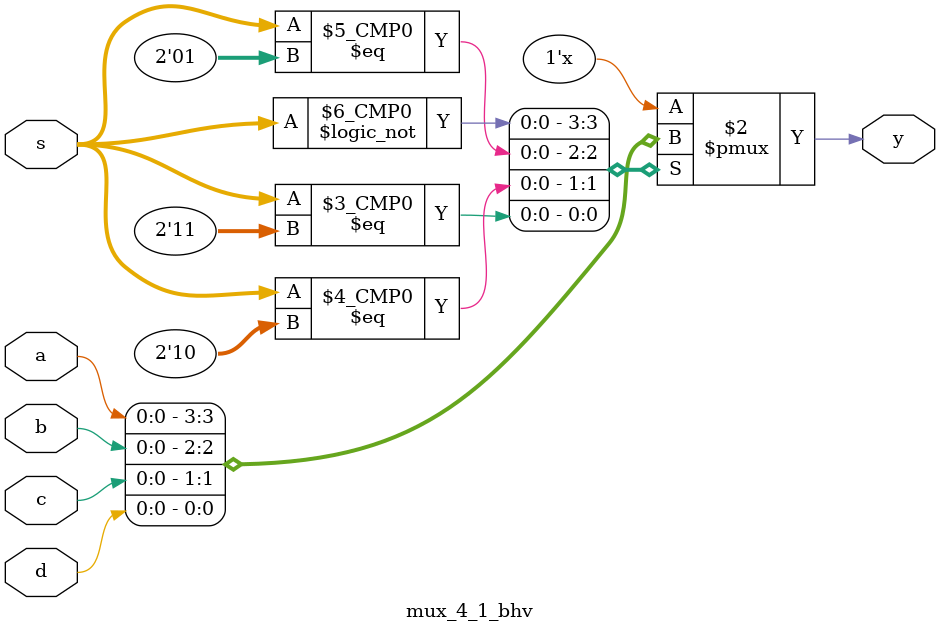
<source format=v>


module mux_4_1_bhv(a,b,c,d,s,y);
    input a,b,c,d;
    input [1:0] s;
    output reg y;
    always @(*) 
    begin
        case (s)
            2'b00: y = a;
            2'b01: y = b;
            2'b10: y = c;
            2'b11: y = d;
            default: y = 1'b0;
        endcase
    end
endmodule


</source>
